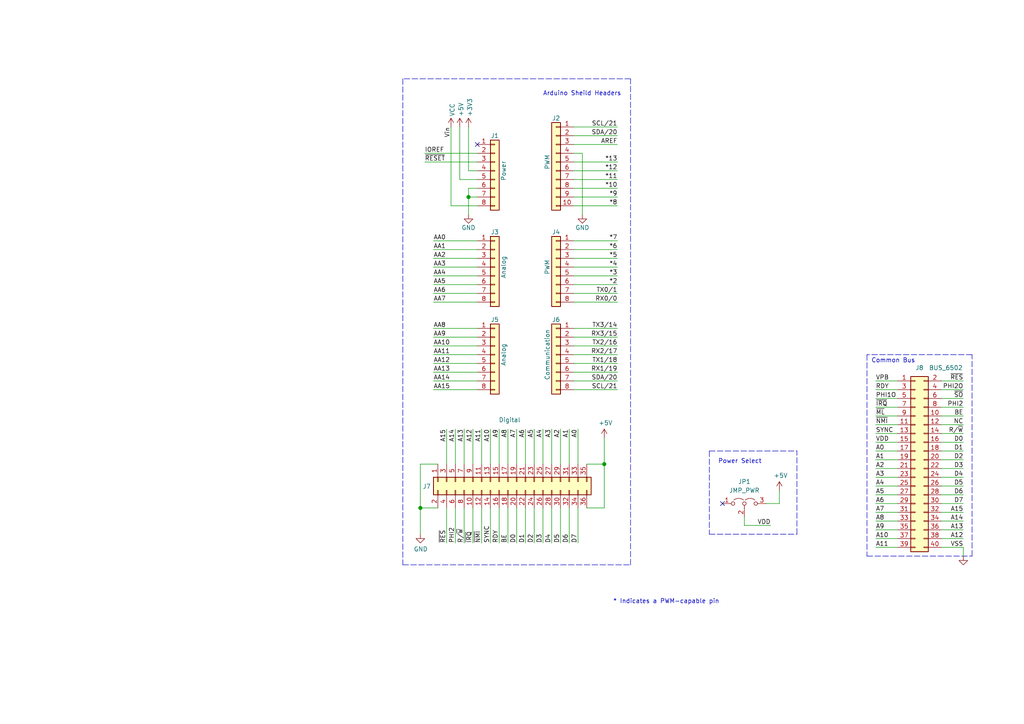
<source format=kicad_sch>
(kicad_sch (version 20211123) (generator eeschema)
  (paper "A4")
  (title_block (title "Retro Stack - Debug Arduino Mega Shield") (date "2023-04-10") (rev "0") (company "Microcode.io"))
  (lib_symbols
    (symbol "Connector_Generic:Conn_01x08" (pin_names (offset 1.016) hide)
      (property "Reference" "J" (at 0 10.16 0))
      (property "Value" "Conn_01x08" (at 0 -12.7 0))
      (symbol "Conn_01x08_1_1"
        (rectangle (start -1.27 -10.033) (end 0 -10.287) (stroke (width 0.1524)))
        (rectangle (start -1.27 -7.493) (end 0 -7.747) (stroke (width 0.1524)))
        (rectangle (start -1.27 -4.953) (end 0 -5.207) (stroke (width 0.1524)))
        (rectangle (start -1.27 -2.413) (end 0 -2.667) (stroke (width 0.1524)))
        (rectangle (start -1.27 0.127) (end 0 -0.127) (stroke (width 0.1524)))
        (rectangle (start -1.27 2.667) (end 0 2.413) (stroke (width 0.1524)))
        (rectangle (start -1.27 5.207) (end 0 4.953) (stroke (width 0.1524)))
        (rectangle (start -1.27 7.747) (end 0 7.493) (stroke (width 0.1524)))
        (rectangle (start -1.27 8.89) (end 1.27 -11.43) (stroke (width 0.254)) (fill (type background)))
        (pin passive line (at -5.08 7.62 0) (length 3.81) (name "Pin_1") (number "1"))
        (pin passive line (at -5.08 5.08 0) (length 3.81) (name "Pin_2") (number "2"))
        (pin passive line (at -5.08 2.54 0) (length 3.81) (name "Pin_3") (number "3"))
        (pin passive line (at -5.08 0 0) (length 3.81) (name "Pin_4") (number "4"))
        (pin passive line (at -5.08 -2.54 0) (length 3.81) (name "Pin_5") (number "5"))
        (pin passive line (at -5.08 -5.08 0) (length 3.81) (name "Pin_6") (number "6"))
        (pin passive line (at -5.08 -7.62 0) (length 3.81) (name "Pin_7") (number "7"))
        (pin passive line (at -5.08 -10.16 0) (length 3.81) (name "Pin_8") (number "8"))
      )
    )
    (symbol "Connector_Generic:Conn_01x10" (pin_names (offset 1.016) hide)
      (property "Reference" "J" (at 0 12.7 0))
      (property "Value" "Conn_01x10" (at 0 -15.24 0))
      (symbol "Conn_01x10_1_1"
        (rectangle (start -1.27 -12.573) (end 0 -12.827) (stroke (width 0.1524)))
        (rectangle (start -1.27 -10.033) (end 0 -10.287) (stroke (width 0.1524)))
        (rectangle (start -1.27 -7.493) (end 0 -7.747) (stroke (width 0.1524)))
        (rectangle (start -1.27 -4.953) (end 0 -5.207) (stroke (width 0.1524)))
        (rectangle (start -1.27 -2.413) (end 0 -2.667) (stroke (width 0.1524)))
        (rectangle (start -1.27 0.127) (end 0 -0.127) (stroke (width 0.1524)))
        (rectangle (start -1.27 2.667) (end 0 2.413) (stroke (width 0.1524)))
        (rectangle (start -1.27 5.207) (end 0 4.953) (stroke (width 0.1524)))
        (rectangle (start -1.27 7.747) (end 0 7.493) (stroke (width 0.1524)))
        (rectangle (start -1.27 10.287) (end 0 10.033) (stroke (width 0.1524)))
        (rectangle (start -1.27 11.43) (end 1.27 -13.97) (stroke (width 0.254)) (fill (type background)))
        (pin passive line (at -5.08 10.16 0) (length 3.81) (name "Pin_1") (number "1"))
        (pin passive line (at -5.08 -12.7 0) (length 3.81) (name "Pin_10") (number "10"))
        (pin passive line (at -5.08 7.62 0) (length 3.81) (name "Pin_2") (number "2"))
        (pin passive line (at -5.08 5.08 0) (length 3.81) (name "Pin_3") (number "3"))
        (pin passive line (at -5.08 2.54 0) (length 3.81) (name "Pin_4") (number "4"))
        (pin passive line (at -5.08 0 0) (length 3.81) (name "Pin_5") (number "5"))
        (pin passive line (at -5.08 -2.54 0) (length 3.81) (name "Pin_6") (number "6"))
        (pin passive line (at -5.08 -5.08 0) (length 3.81) (name "Pin_7") (number "7"))
        (pin passive line (at -5.08 -7.62 0) (length 3.81) (name "Pin_8") (number "8"))
        (pin passive line (at -5.08 -10.16 0) (length 3.81) (name "Pin_9") (number "9"))
      )
    )
    (symbol "Connector_Generic:Conn_02x18_Odd_Even" (pin_names (offset 1.016) hide)
      (property "Reference" "J" (at 1.27 22.86 0))
      (property "Value" "Conn_02x18_Odd_Even" (at 1.27 -25.4 0))
      (symbol "Conn_02x18_Odd_Even_1_1"
        (rectangle (start -1.27 -22.733) (end 0 -22.987) (stroke (width 0.1524)))
        (rectangle (start -1.27 -20.193) (end 0 -20.447) (stroke (width 0.1524)))
        (rectangle (start -1.27 -17.653) (end 0 -17.907) (stroke (width 0.1524)))
        (rectangle (start -1.27 -15.113) (end 0 -15.367) (stroke (width 0.1524)))
        (rectangle (start -1.27 -12.573) (end 0 -12.827) (stroke (width 0.1524)))
        (rectangle (start -1.27 -10.033) (end 0 -10.287) (stroke (width 0.1524)))
        (rectangle (start -1.27 -7.493) (end 0 -7.747) (stroke (width 0.1524)))
        (rectangle (start -1.27 -4.953) (end 0 -5.207) (stroke (width 0.1524)))
        (rectangle (start -1.27 -2.413) (end 0 -2.667) (stroke (width 0.1524)))
        (rectangle (start -1.27 0.127) (end 0 -0.127) (stroke (width 0.1524)))
        (rectangle (start -1.27 2.667) (end 0 2.413) (stroke (width 0.1524)))
        (rectangle (start -1.27 5.207) (end 0 4.953) (stroke (width 0.1524)))
        (rectangle (start -1.27 7.747) (end 0 7.493) (stroke (width 0.1524)))
        (rectangle (start -1.27 10.287) (end 0 10.033) (stroke (width 0.1524)))
        (rectangle (start -1.27 12.827) (end 0 12.573) (stroke (width 0.1524)))
        (rectangle (start -1.27 15.367) (end 0 15.113) (stroke (width 0.1524)))
        (rectangle (start -1.27 17.907) (end 0 17.653) (stroke (width 0.1524)))
        (rectangle (start -1.27 20.447) (end 0 20.193) (stroke (width 0.1524)))
        (rectangle (start -1.27 21.59) (end 3.81 -24.13) (stroke (width 0.254)) (fill (type background)))
        (rectangle (start 3.81 -22.733) (end 2.54 -22.987) (stroke (width 0.1524)))
        (rectangle (start 3.81 -20.193) (end 2.54 -20.447) (stroke (width 0.1524)))
        (rectangle (start 3.81 -17.653) (end 2.54 -17.907) (stroke (width 0.1524)))
        (rectangle (start 3.81 -15.113) (end 2.54 -15.367) (stroke (width 0.1524)))
        (rectangle (start 3.81 -12.573) (end 2.54 -12.827) (stroke (width 0.1524)))
        (rectangle (start 3.81 -10.033) (end 2.54 -10.287) (stroke (width 0.1524)))
        (rectangle (start 3.81 -7.493) (end 2.54 -7.747) (stroke (width 0.1524)))
        (rectangle (start 3.81 -4.953) (end 2.54 -5.207) (stroke (width 0.1524)))
        (rectangle (start 3.81 -2.413) (end 2.54 -2.667) (stroke (width 0.1524)))
        (rectangle (start 3.81 0.127) (end 2.54 -0.127) (stroke (width 0.1524)))
        (rectangle (start 3.81 2.667) (end 2.54 2.413) (stroke (width 0.1524)))
        (rectangle (start 3.81 5.207) (end 2.54 4.953) (stroke (width 0.1524)))
        (rectangle (start 3.81 7.747) (end 2.54 7.493) (stroke (width 0.1524)))
        (rectangle (start 3.81 10.287) (end 2.54 10.033) (stroke (width 0.1524)))
        (rectangle (start 3.81 12.827) (end 2.54 12.573) (stroke (width 0.1524)))
        (rectangle (start 3.81 15.367) (end 2.54 15.113) (stroke (width 0.1524)))
        (rectangle (start 3.81 17.907) (end 2.54 17.653) (stroke (width 0.1524)))
        (rectangle (start 3.81 20.447) (end 2.54 20.193) (stroke (width 0.1524)))
        (pin passive line (at -5.08 20.32 0) (length 3.81) (name "Pin_1") (number "1"))
        (pin passive line (at 7.62 10.16 180) (length 3.81) (name "Pin_10") (number "10"))
        (pin passive line (at -5.08 7.62 0) (length 3.81) (name "Pin_11") (number "11"))
        (pin passive line (at 7.62 7.62 180) (length 3.81) (name "Pin_12") (number "12"))
        (pin passive line (at -5.08 5.08 0) (length 3.81) (name "Pin_13") (number "13"))
        (pin passive line (at 7.62 5.08 180) (length 3.81) (name "Pin_14") (number "14"))
        (pin passive line (at -5.08 2.54 0) (length 3.81) (name "Pin_15") (number "15"))
        (pin passive line (at 7.62 2.54 180) (length 3.81) (name "Pin_16") (number "16"))
        (pin passive line (at -5.08 0 0) (length 3.81) (name "Pin_17") (number "17"))
        (pin passive line (at 7.62 0 180) (length 3.81) (name "Pin_18") (number "18"))
        (pin passive line (at -5.08 -2.54 0) (length 3.81) (name "Pin_19") (number "19"))
        (pin passive line (at 7.62 20.32 180) (length 3.81) (name "Pin_2") (number "2"))
        (pin passive line (at 7.62 -2.54 180) (length 3.81) (name "Pin_20") (number "20"))
        (pin passive line (at -5.08 -5.08 0) (length 3.81) (name "Pin_21") (number "21"))
        (pin passive line (at 7.62 -5.08 180) (length 3.81) (name "Pin_22") (number "22"))
        (pin passive line (at -5.08 -7.62 0) (length 3.81) (name "Pin_23") (number "23"))
        (pin passive line (at 7.62 -7.62 180) (length 3.81) (name "Pin_24") (number "24"))
        (pin passive line (at -5.08 -10.16 0) (length 3.81) (name "Pin_25") (number "25"))
        (pin passive line (at 7.62 -10.16 180) (length 3.81) (name "Pin_26") (number "26"))
        (pin passive line (at -5.08 -12.7 0) (length 3.81) (name "Pin_27") (number "27"))
        (pin passive line (at 7.62 -12.7 180) (length 3.81) (name "Pin_28") (number "28"))
        (pin passive line (at -5.08 -15.24 0) (length 3.81) (name "Pin_29") (number "29"))
        (pin passive line (at -5.08 17.78 0) (length 3.81) (name "Pin_3") (number "3"))
        (pin passive line (at 7.62 -15.24 180) (length 3.81) (name "Pin_30") (number "30"))
        (pin passive line (at -5.08 -17.78 0) (length 3.81) (name "Pin_31") (number "31"))
        (pin passive line (at 7.62 -17.78 180) (length 3.81) (name "Pin_32") (number "32"))
        (pin passive line (at -5.08 -20.32 0) (length 3.81) (name "Pin_33") (number "33"))
        (pin passive line (at 7.62 -20.32 180) (length 3.81) (name "Pin_34") (number "34"))
        (pin passive line (at -5.08 -22.86 0) (length 3.81) (name "Pin_35") (number "35"))
        (pin passive line (at 7.62 -22.86 180) (length 3.81) (name "Pin_36") (number "36"))
        (pin passive line (at 7.62 17.78 180) (length 3.81) (name "Pin_4") (number "4"))
        (pin passive line (at -5.08 15.24 0) (length 3.81) (name "Pin_5") (number "5"))
        (pin passive line (at 7.62 15.24 180) (length 3.81) (name "Pin_6") (number "6"))
        (pin passive line (at -5.08 12.7 0) (length 3.81) (name "Pin_7") (number "7"))
        (pin passive line (at 7.62 12.7 180) (length 3.81) (name "Pin_8") (number "8"))
        (pin passive line (at -5.08 10.16 0) (length 3.81) (name "Pin_9") (number "9"))
      )
    )
    (symbol "Connector_Generic:Conn_02x20_Odd_Even" (pin_names (offset 1.016) hide)
      (property "Reference" "J" (at 1.27 25.4 0))
      (property "Value" "Conn_02x20_Odd_Even" (at 1.27 -27.94 0))
      (symbol "Conn_02x20_Odd_Even_1_1"
        (rectangle (start -1.27 -25.273) (end 0 -25.527) (stroke (width 0.1524)))
        (rectangle (start -1.27 -22.733) (end 0 -22.987) (stroke (width 0.1524)))
        (rectangle (start -1.27 -20.193) (end 0 -20.447) (stroke (width 0.1524)))
        (rectangle (start -1.27 -17.653) (end 0 -17.907) (stroke (width 0.1524)))
        (rectangle (start -1.27 -15.113) (end 0 -15.367) (stroke (width 0.1524)))
        (rectangle (start -1.27 -12.573) (end 0 -12.827) (stroke (width 0.1524)))
        (rectangle (start -1.27 -10.033) (end 0 -10.287) (stroke (width 0.1524)))
        (rectangle (start -1.27 -7.493) (end 0 -7.747) (stroke (width 0.1524)))
        (rectangle (start -1.27 -4.953) (end 0 -5.207) (stroke (width 0.1524)))
        (rectangle (start -1.27 -2.413) (end 0 -2.667) (stroke (width 0.1524)))
        (rectangle (start -1.27 0.127) (end 0 -0.127) (stroke (width 0.1524)))
        (rectangle (start -1.27 2.667) (end 0 2.413) (stroke (width 0.1524)))
        (rectangle (start -1.27 5.207) (end 0 4.953) (stroke (width 0.1524)))
        (rectangle (start -1.27 7.747) (end 0 7.493) (stroke (width 0.1524)))
        (rectangle (start -1.27 10.287) (end 0 10.033) (stroke (width 0.1524)))
        (rectangle (start -1.27 12.827) (end 0 12.573) (stroke (width 0.1524)))
        (rectangle (start -1.27 15.367) (end 0 15.113) (stroke (width 0.1524)))
        (rectangle (start -1.27 17.907) (end 0 17.653) (stroke (width 0.1524)))
        (rectangle (start -1.27 20.447) (end 0 20.193) (stroke (width 0.1524)))
        (rectangle (start -1.27 22.987) (end 0 22.733) (stroke (width 0.1524)))
        (rectangle (start -1.27 24.13) (end 3.81 -26.67) (stroke (width 0.254)) (fill (type background)))
        (rectangle (start 3.81 -25.273) (end 2.54 -25.527) (stroke (width 0.1524)))
        (rectangle (start 3.81 -22.733) (end 2.54 -22.987) (stroke (width 0.1524)))
        (rectangle (start 3.81 -20.193) (end 2.54 -20.447) (stroke (width 0.1524)))
        (rectangle (start 3.81 -17.653) (end 2.54 -17.907) (stroke (width 0.1524)))
        (rectangle (start 3.81 -15.113) (end 2.54 -15.367) (stroke (width 0.1524)))
        (rectangle (start 3.81 -12.573) (end 2.54 -12.827) (stroke (width 0.1524)))
        (rectangle (start 3.81 -10.033) (end 2.54 -10.287) (stroke (width 0.1524)))
        (rectangle (start 3.81 -7.493) (end 2.54 -7.747) (stroke (width 0.1524)))
        (rectangle (start 3.81 -4.953) (end 2.54 -5.207) (stroke (width 0.1524)))
        (rectangle (start 3.81 -2.413) (end 2.54 -2.667) (stroke (width 0.1524)))
        (rectangle (start 3.81 0.127) (end 2.54 -0.127) (stroke (width 0.1524)))
        (rectangle (start 3.81 2.667) (end 2.54 2.413) (stroke (width 0.1524)))
        (rectangle (start 3.81 5.207) (end 2.54 4.953) (stroke (width 0.1524)))
        (rectangle (start 3.81 7.747) (end 2.54 7.493) (stroke (width 0.1524)))
        (rectangle (start 3.81 10.287) (end 2.54 10.033) (stroke (width 0.1524)))
        (rectangle (start 3.81 12.827) (end 2.54 12.573) (stroke (width 0.1524)))
        (rectangle (start 3.81 15.367) (end 2.54 15.113) (stroke (width 0.1524)))
        (rectangle (start 3.81 17.907) (end 2.54 17.653) (stroke (width 0.1524)))
        (rectangle (start 3.81 20.447) (end 2.54 20.193) (stroke (width 0.1524)))
        (rectangle (start 3.81 22.987) (end 2.54 22.733) (stroke (width 0.1524)))
        (pin passive line (at -5.08 22.86 0) (length 3.81) (name "Pin_1") (number "1"))
        (pin passive line (at 7.62 12.7 180) (length 3.81) (name "Pin_10") (number "10"))
        (pin passive line (at -5.08 10.16 0) (length 3.81) (name "Pin_11") (number "11"))
        (pin passive line (at 7.62 10.16 180) (length 3.81) (name "Pin_12") (number "12"))
        (pin passive line (at -5.08 7.62 0) (length 3.81) (name "Pin_13") (number "13"))
        (pin passive line (at 7.62 7.62 180) (length 3.81) (name "Pin_14") (number "14"))
        (pin passive line (at -5.08 5.08 0) (length 3.81) (name "Pin_15") (number "15"))
        (pin passive line (at 7.62 5.08 180) (length 3.81) (name "Pin_16") (number "16"))
        (pin passive line (at -5.08 2.54 0) (length 3.81) (name "Pin_17") (number "17"))
        (pin passive line (at 7.62 2.54 180) (length 3.81) (name "Pin_18") (number "18"))
        (pin passive line (at -5.08 0 0) (length 3.81) (name "Pin_19") (number "19"))
        (pin passive line (at 7.62 22.86 180) (length 3.81) (name "Pin_2") (number "2"))
        (pin passive line (at 7.62 0 180) (length 3.81) (name "Pin_20") (number "20"))
        (pin passive line (at -5.08 -2.54 0) (length 3.81) (name "Pin_21") (number "21"))
        (pin passive line (at 7.62 -2.54 180) (length 3.81) (name "Pin_22") (number "22"))
        (pin passive line (at -5.08 -5.08 0) (length 3.81) (name "Pin_23") (number "23"))
        (pin passive line (at 7.62 -5.08 180) (length 3.81) (name "Pin_24") (number "24"))
        (pin passive line (at -5.08 -7.62 0) (length 3.81) (name "Pin_25") (number "25"))
        (pin passive line (at 7.62 -7.62 180) (length 3.81) (name "Pin_26") (number "26"))
        (pin passive line (at -5.08 -10.16 0) (length 3.81) (name "Pin_27") (number "27"))
        (pin passive line (at 7.62 -10.16 180) (length 3.81) (name "Pin_28") (number "28"))
        (pin passive line (at -5.08 -12.7 0) (length 3.81) (name "Pin_29") (number "29"))
        (pin passive line (at -5.08 20.32 0) (length 3.81) (name "Pin_3") (number "3"))
        (pin passive line (at 7.62 -12.7 180) (length 3.81) (name "Pin_30") (number "30"))
        (pin passive line (at -5.08 -15.24 0) (length 3.81) (name "Pin_31") (number "31"))
        (pin passive line (at 7.62 -15.24 180) (length 3.81) (name "Pin_32") (number "32"))
        (pin passive line (at -5.08 -17.78 0) (length 3.81) (name "Pin_33") (number "33"))
        (pin passive line (at 7.62 -17.78 180) (length 3.81) (name "Pin_34") (number "34"))
        (pin passive line (at -5.08 -20.32 0) (length 3.81) (name "Pin_35") (number "35"))
        (pin passive line (at 7.62 -20.32 180) (length 3.81) (name "Pin_36") (number "36"))
        (pin passive line (at -5.08 -22.86 0) (length 3.81) (name "Pin_37") (number "37"))
        (pin passive line (at 7.62 -22.86 180) (length 3.81) (name "Pin_38") (number "38"))
        (pin passive line (at -5.08 -25.4 0) (length 3.81) (name "Pin_39") (number "39"))
        (pin passive line (at 7.62 20.32 180) (length 3.81) (name "Pin_4") (number "4"))
        (pin passive line (at 7.62 -25.4 180) (length 3.81) (name "Pin_40") (number "40"))
        (pin passive line (at -5.08 17.78 0) (length 3.81) (name "Pin_5") (number "5"))
        (pin passive line (at 7.62 17.78 180) (length 3.81) (name "Pin_6") (number "6"))
        (pin passive line (at -5.08 15.24 0) (length 3.81) (name "Pin_7") (number "7"))
        (pin passive line (at 7.62 15.24 180) (length 3.81) (name "Pin_8") (number "8"))
        (pin passive line (at -5.08 12.7 0) (length 3.81) (name "Pin_9") (number "9"))
      )
    )
    (symbol "Jumper:Jumper_3_Open" (pin_names (offset 0) hide)
      (property "Reference" "JP" (at -2.54 -2.54 0))
      (property "Value" "Jumper_3_Open" (at 0 2.794 0))
      (symbol "Jumper_3_Open_0_0"
        (circle (center -3.302 0) (radius 0.508))
        (circle (center 0 0) (radius 0.508))
        (circle (center 3.302 0) (radius 0.508))
      )
      (symbol "Jumper_3_Open_0_1"
        (arc (start -0.254 1.016) (mid -1.651 1.4992) (end -3.048 1.016))
        (polyline (pts (xy 0 -0.508) (xy 0 -1.27)))
        (arc (start 3.048 1.016) (mid 1.651 1.4992) (end 0.254 1.016))
      )
      (symbol "Jumper_3_Open_1_1"
        (pin passive line (at -6.35 0 0) (length 2.54) (name "A") (number "1"))
        (pin passive line (at 0 -3.81 90) (length 2.54) (name "C") (number "2"))
        (pin passive line (at 6.35 0 180) (length 2.54) (name "B") (number "3"))
      )
    )
    (symbol "power:+3V3" (power) (pin_names (offset 0))
      (property "Value" "+3V3" (at 0 3.556 0))
      (symbol "+3V3_0_1"
        (polyline (pts (xy -0.762 1.27) (xy 0 2.54)))
        (polyline (pts (xy 0 0) (xy 0 2.54)))
        (polyline (pts (xy 0 2.54) (xy 0.762 1.27)))
      )
      (symbol "+3V3_1_1"
        (pin power_in line (at 0 0 90) (length 0) hide (name "+3V3") (number "1"))
      )
    )
    (symbol "power:+5V" (power) (pin_names (offset 0))
      (property "Value" "+5V" (at 0 3.556 0))
      (symbol "+5V_0_1"
        (polyline (pts (xy -0.762 1.27) (xy 0 2.54)))
        (polyline (pts (xy 0 0) (xy 0 2.54)))
        (polyline (pts (xy 0 2.54) (xy 0.762 1.27)))
      )
      (symbol "+5V_1_1"
        (pin power_in line (at 0 0 90) (length 0) hide (name "+5V") (number "1"))
      )
    )
    (symbol "power:GND" (power) (pin_names (offset 0))
      (property "Value" "GND" (at 0 -3.81 0))
      (symbol "GND_0_1"
        (polyline (pts (xy 0 0) (xy 0 -1.27) (xy 1.27 -1.27) (xy 0 -2.54) (xy -1.27 -1.27) (xy 0 -1.27)))
      )
      (symbol "GND_1_1"
        (pin power_in line (at 0 0 270) (length 0) hide (name "GND") (number "1"))
      )
    )
    (symbol "power:VCC" (power) (pin_names (offset 0))
      (property "Value" "VCC" (at 0 3.81 0))
      (symbol "VCC_0_1"
        (polyline (pts (xy -0.762 1.27) (xy 0 2.54)))
        (polyline (pts (xy 0 0) (xy 0 2.54)))
        (polyline (pts (xy 0 2.54) (xy 0.762 1.27)))
      )
      (symbol "VCC_1_1"
        (pin power_in line (at 0 0 90) (length 0) hide (name "VCC") (number "1"))
      )
    )
  )
  (junction (at 121.92 147.32) (diameter 1.016))
  (junction (at 135.89 57.15) (diameter 1.016))
  (junction (at 175.26 134.62) (diameter 1.016))
  (no_connect (at 209.55 146.05))
  (no_connect (at 138.43 41.91))
  (wire (pts (xy 166.37 87.63) (xy 179.07 87.63)))
  (wire (pts (xy 260.35 151.13) (xy 254 151.13)))
  (wire (pts (xy 125.73 87.63) (xy 138.43 87.63)))
  (polyline (pts (xy 205.74 130.81) (xy 205.74 154.94)))
  (polyline (pts (xy 116.84 22.86) (xy 116.84 163.83)))
  (wire (pts (xy 166.37 54.61) (xy 179.07 54.61)))
  (wire (pts (xy 144.78 124.46) (xy 144.78 134.62)))
  (wire (pts (xy 166.37 36.83) (xy 179.07 36.83)))
  (wire (pts (xy 147.32 124.46) (xy 147.32 134.62)))
  (wire (pts (xy 175.26 134.62) (xy 175.26 147.32)))
  (wire (pts (xy 127 134.62) (xy 121.92 134.62)))
  (polyline (pts (xy 251.46 102.87) (xy 251.46 161.29)))
  (wire (pts (xy 279.4 115.57) (xy 273.05 115.57)))
  (wire (pts (xy 260.35 143.51) (xy 254 143.51)))
  (wire (pts (xy 279.4 148.59) (xy 273.05 148.59)))
  (wire (pts (xy 166.37 100.33) (xy 179.07 100.33)))
  (wire (pts (xy 135.89 54.61) (xy 135.89 57.15)))
  (wire (pts (xy 279.4 133.35) (xy 273.05 133.35)))
  (wire (pts (xy 149.86 147.32) (xy 149.86 157.48)))
  (wire (pts (xy 125.73 82.55) (xy 138.43 82.55)))
  (wire (pts (xy 260.35 156.21) (xy 254 156.21)))
  (wire (pts (xy 154.94 124.46) (xy 154.94 134.62)))
  (wire (pts (xy 279.4 146.05) (xy 273.05 146.05)))
  (wire (pts (xy 132.08 124.46) (xy 132.08 134.62)))
  (wire (pts (xy 167.64 124.46) (xy 167.64 134.62)))
  (polyline (pts (xy 281.94 102.87) (xy 251.46 102.87)))
  (wire (pts (xy 279.4 130.81) (xy 273.05 130.81)))
  (wire (pts (xy 135.89 57.15) (xy 135.89 62.23)))
  (wire (pts (xy 260.35 130.81) (xy 254 130.81)))
  (wire (pts (xy 279.4 125.73) (xy 273.05 125.73)))
  (wire (pts (xy 162.56 147.32) (xy 162.56 157.48)))
  (wire (pts (xy 135.89 49.53) (xy 138.43 49.53)))
  (wire (pts (xy 142.24 124.46) (xy 142.24 134.62)))
  (wire (pts (xy 133.35 52.07) (xy 138.43 52.07)))
  (wire (pts (xy 152.4 147.32) (xy 152.4 157.48)))
  (wire (pts (xy 133.35 36.83) (xy 133.35 52.07)))
  (polyline (pts (xy 205.74 154.94) (xy 231.14 154.94)))
  (wire (pts (xy 125.73 113.03) (xy 138.43 113.03)))
  (wire (pts (xy 137.16 147.32) (xy 137.16 157.48)))
  (wire (pts (xy 160.02 147.32) (xy 160.02 157.48)))
  (wire (pts (xy 166.37 46.99) (xy 179.07 46.99)))
  (wire (pts (xy 135.89 36.83) (xy 135.89 49.53)))
  (wire (pts (xy 166.37 69.85) (xy 179.07 69.85)))
  (wire (pts (xy 138.43 69.85) (xy 125.73 69.85)))
  (wire (pts (xy 279.4 156.21) (xy 273.05 156.21)))
  (wire (pts (xy 166.37 49.53) (xy 179.07 49.53)))
  (wire (pts (xy 138.43 110.49) (xy 125.73 110.49)))
  (wire (pts (xy 279.4 143.51) (xy 273.05 143.51)))
  (wire (pts (xy 166.37 72.39) (xy 179.07 72.39)))
  (wire (pts (xy 279.4 161.29) (xy 279.4 158.75)))
  (wire (pts (xy 260.35 128.27) (xy 254 128.27)))
  (wire (pts (xy 279.4 118.11) (xy 273.05 118.11)))
  (wire (pts (xy 166.37 107.95) (xy 179.07 107.95)))
  (wire (pts (xy 260.35 113.03) (xy 254 113.03)))
  (wire (pts (xy 279.4 153.67) (xy 273.05 153.67)))
  (wire (pts (xy 260.35 153.67) (xy 254 153.67)))
  (wire (pts (xy 260.35 120.65) (xy 254 120.65)))
  (wire (pts (xy 279.4 123.19) (xy 273.05 123.19)))
  (wire (pts (xy 260.35 110.49) (xy 254 110.49)))
  (wire (pts (xy 152.4 124.46) (xy 152.4 134.62)))
  (wire (pts (xy 121.92 134.62) (xy 121.92 147.32)))
  (wire (pts (xy 137.16 124.46) (xy 137.16 134.62)))
  (wire (pts (xy 127 147.32) (xy 121.92 147.32)))
  (wire (pts (xy 260.35 115.57) (xy 254 115.57)))
  (wire (pts (xy 279.4 113.03) (xy 273.05 113.03)))
  (wire (pts (xy 166.37 57.15) (xy 179.07 57.15)))
  (wire (pts (xy 160.02 124.46) (xy 160.02 134.62)))
  (wire (pts (xy 279.4 158.75) (xy 273.05 158.75)))
  (wire (pts (xy 157.48 124.46) (xy 157.48 134.62)))
  (wire (pts (xy 139.7 147.32) (xy 139.7 157.48)))
  (wire (pts (xy 157.48 147.32) (xy 157.48 157.48)))
  (wire (pts (xy 134.62 147.32) (xy 134.62 157.48)))
  (wire (pts (xy 165.1 124.46) (xy 165.1 134.62)))
  (wire (pts (xy 279.4 151.13) (xy 273.05 151.13)))
  (wire (pts (xy 166.37 77.47) (xy 179.07 77.47)))
  (polyline (pts (xy 281.94 161.29) (xy 281.94 102.87)))
  (wire (pts (xy 144.78 147.32) (xy 144.78 157.48)))
  (wire (pts (xy 260.35 146.05) (xy 254 146.05)))
  (wire (pts (xy 260.35 138.43) (xy 254 138.43)))
  (wire (pts (xy 139.7 124.46) (xy 139.7 134.62)))
  (wire (pts (xy 226.06 142.24) (xy 226.06 146.05)))
  (wire (pts (xy 123.19 44.45) (xy 138.43 44.45)))
  (polyline (pts (xy 251.46 161.29) (xy 281.94 161.29)))
  (wire (pts (xy 260.35 140.97) (xy 254 140.97)))
  (wire (pts (xy 260.35 133.35) (xy 254 133.35)))
  (wire (pts (xy 166.37 97.79) (xy 179.07 97.79)))
  (wire (pts (xy 175.26 127) (xy 175.26 134.62)))
  (polyline (pts (xy 231.14 154.94) (xy 231.14 130.81)))
  (wire (pts (xy 260.35 148.59) (xy 254 148.59)))
  (wire (pts (xy 279.4 120.65) (xy 273.05 120.65)))
  (wire (pts (xy 168.91 44.45) (xy 168.91 62.23)))
  (wire (pts (xy 166.37 113.03) (xy 179.07 113.03)))
  (wire (pts (xy 166.37 41.91) (xy 179.07 41.91)))
  (wire (pts (xy 170.18 134.62) (xy 175.26 134.62)))
  (wire (pts (xy 166.37 105.41) (xy 179.07 105.41)))
  (wire (pts (xy 125.73 102.87) (xy 138.43 102.87)))
  (wire (pts (xy 215.9 149.86) (xy 215.9 152.4)))
  (wire (pts (xy 260.35 125.73) (xy 254 125.73)))
  (wire (pts (xy 260.35 123.19) (xy 254 123.19)))
  (wire (pts (xy 279.4 138.43) (xy 273.05 138.43)))
  (wire (pts (xy 138.43 74.93) (xy 125.73 74.93)))
  (wire (pts (xy 123.19 46.99) (xy 138.43 46.99)))
  (wire (pts (xy 166.37 95.25) (xy 179.07 95.25)))
  (wire (pts (xy 222.25 146.05) (xy 226.06 146.05)))
  (wire (pts (xy 138.43 57.15) (xy 135.89 57.15)))
  (wire (pts (xy 279.4 128.27) (xy 273.05 128.27)))
  (polyline (pts (xy 182.88 163.83) (xy 182.88 22.86)))
  (wire (pts (xy 138.43 59.69) (xy 130.81 59.69)))
  (wire (pts (xy 129.54 124.46) (xy 129.54 134.62)))
  (wire (pts (xy 260.35 135.89) (xy 254 135.89)))
  (wire (pts (xy 125.73 72.39) (xy 138.43 72.39)))
  (wire (pts (xy 132.08 147.32) (xy 132.08 157.48)))
  (wire (pts (xy 154.94 147.32) (xy 154.94 157.48)))
  (wire (pts (xy 138.43 100.33) (xy 125.73 100.33)))
  (wire (pts (xy 279.4 135.89) (xy 273.05 135.89)))
  (wire (pts (xy 129.54 147.32) (xy 129.54 157.48)))
  (wire (pts (xy 166.37 102.87) (xy 179.07 102.87)))
  (wire (pts (xy 166.37 44.45) (xy 168.91 44.45)))
  (wire (pts (xy 147.32 147.32) (xy 147.32 157.48)))
  (wire (pts (xy 279.4 110.49) (xy 273.05 110.49)))
  (polyline (pts (xy 116.84 163.83) (xy 182.88 163.83)))
  (wire (pts (xy 138.43 54.61) (xy 135.89 54.61)))
  (wire (pts (xy 125.73 107.95) (xy 138.43 107.95)))
  (wire (pts (xy 162.56 124.46) (xy 162.56 134.62)))
  (wire (pts (xy 166.37 52.07) (xy 179.07 52.07)))
  (wire (pts (xy 149.86 124.46) (xy 149.86 134.62)))
  (wire (pts (xy 260.35 158.75) (xy 254 158.75)))
  (wire (pts (xy 125.73 97.79) (xy 138.43 97.79)))
  (wire (pts (xy 166.37 74.93) (xy 179.07 74.93)))
  (polyline (pts (xy 182.88 22.86) (xy 116.84 22.86)))
  (wire (pts (xy 125.73 77.47) (xy 138.43 77.47)))
  (wire (pts (xy 134.62 124.46) (xy 134.62 134.62)))
  (wire (pts (xy 215.9 152.4) (xy 223.52 152.4)))
  (wire (pts (xy 166.37 110.49) (xy 179.07 110.49)))
  (wire (pts (xy 175.26 147.32) (xy 170.18 147.32)))
  (wire (pts (xy 138.43 95.25) (xy 125.73 95.25)))
  (wire (pts (xy 260.35 118.11) (xy 254 118.11)))
  (wire (pts (xy 167.64 147.32) (xy 167.64 157.48)))
  (wire (pts (xy 166.37 39.37) (xy 179.07 39.37)))
  (wire (pts (xy 165.1 147.32) (xy 165.1 157.48)))
  (wire (pts (xy 166.37 82.55) (xy 179.07 82.55)))
  (wire (pts (xy 166.37 80.01) (xy 179.07 80.01)))
  (wire (pts (xy 142.24 147.32) (xy 142.24 157.48)))
  (wire (pts (xy 279.4 140.97) (xy 273.05 140.97)))
  (wire (pts (xy 166.37 85.09) (xy 179.07 85.09)))
  (wire (pts (xy 138.43 105.41) (xy 125.73 105.41)))
  (wire (pts (xy 130.81 59.69) (xy 130.81 36.83)))
  (wire (pts (xy 121.92 147.32) (xy 121.92 154.94)))
  (wire (pts (xy 138.43 85.09) (xy 125.73 85.09)))
  (wire (pts (xy 138.43 80.01) (xy 125.73 80.01)))
  (wire (pts (xy 166.37 59.69) (xy 179.07 59.69)))
  (polyline (pts (xy 205.74 130.81) (xy 231.14 130.81)))
  (text "Power Select" (at 208.28 134.62 0) (effects (font (size 1.27 1.27)) (justify left bottom)))
  (text "Arduino Sheild Headers" (at 157.48 27.94 0) (effects (font (size 1.27 1.27)) (justify left bottom)))
  (text "* Indicates a PWM-capable pin" (at 177.8 175.26 0) (effects (font (size 1.27 1.27)) (justify left bottom)))
  (text "Common Bus" (at 252.73 105.41 0) (effects (font (size 1.27 1.27)) (justify left bottom)))
  (label "AA10" (at 125.73 100.33 0))
  (label "RX0{slash}0" (at 179.07 87.63 180))
  (label "AA15" (at 125.73 113.03 0))
  (label "A2" (at 162.56 124.46 270))
  (label "AA2" (at 125.73 74.93 0))
  (label "RX2{slash}17" (at 179.07 102.87 180))
  (label "D6" (at 165.1 157.48 90))
  (label "*4" (at 179.07 77.47 180))
  (label "A15" (at 129.54 124.46 270))
  (label "A12" (at 279.4 156.21 180))
  (label "A4" (at 157.48 124.46 270))
  (label "R{slash}~{W}" (at 134.62 157.48 90))
  (label "A5" (at 154.94 124.46 270))
  (label "A6" (at 152.4 124.46 270))
  (label "SDA{slash}20" (at 179.07 110.49 180))
  (label "BE" (at 279.4 120.65 180))
  (label "A14" (at 132.08 124.46 270))
  (label "A8" (at 254 151.13 0))
  (label "SYNC" (at 142.24 157.48 90))
  (label "*2" (at 179.07 82.55 180))
  (label "D2" (at 279.4 133.35 180))
  (label "D3" (at 157.48 157.48 90))
  (label "TX1{slash}18" (at 179.07 105.41 180))
  (label "AA3" (at 125.73 77.47 0))
  (label "D4" (at 160.02 157.48 90))
  (label "A9" (at 144.78 124.46 270))
  (label "*13" (at 179.07 46.99 180))
  (label "*12" (at 179.07 49.53 180))
  (label "A13" (at 134.62 124.46 270))
  (label "A10" (at 142.24 124.46 270))
  (label "~{RESET}" (at 123.19 46.99 0))
  (label "D0" (at 149.86 157.48 90))
  (label "VDD" (at 223.52 152.4 180))
  (label "*10" (at 179.07 54.61 180))
  (label "~{RES}" (at 129.54 157.48 90))
  (label "A14" (at 279.4 151.13 180))
  (label "~{IRQ}" (at 254 118.11 0))
  (label "~{NMI}" (at 139.7 157.48 90))
  (label "D0" (at 279.4 128.27 180))
  (label "AA13" (at 125.73 107.95 0))
  (label "~{IRQ}" (at 137.16 157.48 90))
  (label "A4" (at 254 140.97 0))
  (label "VSS" (at 279.4 158.75 180))
  (label "D7" (at 167.64 157.48 90))
  (label "~{SO}" (at 279.4 115.57 180))
  (label "A11" (at 139.7 124.46 270))
  (label "A10" (at 254 156.21 0))
  (label "*7" (at 179.07 69.85 180))
  (label "SDA{slash}20" (at 179.07 39.37 180))
  (label "*8" (at 179.07 59.69 180))
  (label "A9" (at 254 153.67 0))
  (label "RDY" (at 254 113.03 0))
  (label "A0" (at 254 130.81 0))
  (label "AA9" (at 125.73 97.79 0))
  (label "D5" (at 279.4 140.97 180))
  (label "A5" (at 254 143.51 0))
  (label "*11" (at 179.07 52.07 180))
  (label "A7" (at 254 148.59 0))
  (label "*3" (at 179.07 80.01 180))
  (label "A15" (at 279.4 148.59 180))
  (label "~{NMI}" (at 254 123.19 0))
  (label "D3" (at 279.4 135.89 180))
  (label "VPB" (at 254 110.49 0))
  (label "AA6" (at 125.73 85.09 0))
  (label "RDY" (at 144.78 157.48 90))
  (label "AA1" (at 125.73 72.39 0))
  (label "TX0{slash}1" (at 179.07 85.09 180))
  (label "A13" (at 279.4 153.67 180))
  (label "SYNC" (at 254 125.73 0))
  (label "D7" (at 279.4 146.05 180))
  (label "RX1{slash}19" (at 179.07 107.95 180))
  (label "A7" (at 149.86 124.46 270))
  (label "A3" (at 160.02 124.46 270))
  (label "A1" (at 254 133.35 0))
  (label "AA0" (at 125.73 69.85 0))
  (label "AREF" (at 179.07 41.91 180))
  (label "AA14" (at 125.73 110.49 0))
  (label "AA8" (at 125.73 95.25 0))
  (label "A8" (at 147.32 124.46 270))
  (label "A12" (at 137.16 124.46 270))
  (label "A3" (at 254 138.43 0))
  (label "D1" (at 152.4 157.48 90))
  (label "Vin" (at 130.81 36.83 270))
  (label "~{RES}" (at 279.4 110.49 180))
  (label "*6" (at 179.07 72.39 180))
  (label "D1" (at 279.4 130.81 180))
  (label "SCL{slash}21" (at 179.07 36.83 180))
  (label "*9" (at 179.07 57.15 180))
  (label "PHI2" (at 279.4 118.11 180))
  (label "BE" (at 147.32 157.48 90))
  (label "PHI2" (at 132.08 157.48 90))
  (label "TX2{slash}16" (at 179.07 100.33 180))
  (label "D4" (at 279.4 138.43 180))
  (label "*5" (at 179.07 74.93 180))
  (label "D5" (at 162.56 157.48 90))
  (label "A11" (at 254 158.75 0))
  (label "A0" (at 167.64 124.46 270))
  (label "IOREF" (at 123.19 44.45 0))
  (label "AA7" (at 125.73 87.63 0))
  (label "AA11" (at 125.73 102.87 0))
  (label "AA4" (at 125.73 80.01 0))
  (label "AA5" (at 125.73 82.55 0))
  (label "RX3{slash}15" (at 179.07 97.79 180))
  (label "TX3{slash}14" (at 179.07 95.25 180))
  (label "NC" (at 279.4 123.19 180))
  (label "~{ML}" (at 254 120.65 0))
  (label "D2" (at 154.94 157.48 90))
  (label "A2" (at 254 135.89 0))
  (label "VDD" (at 254 128.27 0))
  (label "D6" (at 279.4 143.51 180))
  (label "A1" (at 165.1 124.46 270))
  (label "A6" (at 254 146.05 0))
  (label "PHI2O" (at 279.4 113.03 180))
  (label "PHI1O" (at 254 115.57 0))
  (label "R{slash}~{W}" (at 279.4 125.73 180))
  (label "AA12" (at 125.73 105.41 0))
  (label "SCL{slash}21" (at 179.07 113.03 180))
  (symbol (lib_id "Connector_Generic:Conn_01x08") (at 143.51 49.53 0) (unit 1)
    (property "Reference" "J1" (at 143.51 39.37 0))
    (property "Value" "Power" (at 146.05 49.53 90))
    (property "Footprint" "Connector_PinSocket_2.54mm:PinSocket_1x08_P2.54mm_Vertical" (effects hide))
    (property "Datasheet" "https://cdn.amphenol-cs.com/media/wysiwyg/files/documentation/datasheet/boardwiretoboard/bwb_econostik_254headers.pdf" (effects hide))
    (property "Mfr" "Amphenol" (effects hide))
    (property "Mfr Part" "10129378-908001BLF" (effects hide))
    (property "Supplier Part" "649-1012937890801BLF" (effects hide))
    (property "Supplier" "Mouser" (effects hide))
  )
  (symbol (lib_id "power:+3V3") (at 135.89 36.83 0) (unit 1)
    (property "Reference" "#PWR03" (effects hide))
    (property "Value" "+3.3V" (at 136.271 33.782 90) (effects (justify left)))
  )
  (symbol (lib_id "power:+5V") (at 133.35 36.83 0) (unit 1)
    (property "Reference" "#PWR02" (effects hide))
    (property "Value" "+5V" (at 133.7056 33.782 90) (effects (justify left)))
  )
  (symbol (lib_id "power:GND") (at 135.89 62.23 0) (unit 1)
    (property "Reference" "#PWR04" (effects hide))
    (property "Value" "GND" (at 135.89 66.04 0))
  )
  (symbol (lib_id "Connector_Generic:Conn_01x10") (at 161.29 46.99 0) (mirror y) (unit 1)
    (property "Reference" "J2" (at 161.29 34.29 0))
    (property "Value" "PWM" (at 158.75 46.99 90))
    (property "Footprint" "Connector_PinSocket_2.54mm:PinSocket_1x10_P2.54mm_Vertical" (effects hide))
    (property "Datasheet" "https://cdn.amphenol-cs.com/media/wysiwyg/files/documentation/datasheet/boardwiretoboard/bwb_econostik_254headers.pdf" (effects hide))
    (property "Mfr" "Amphenol" (effects hide))
    (property "Mfr Part" "10129378-910001BLF" (effects hide))
    (property "Supplier Part" "649-1012937891001BLF" (effects hide))
    (property "Supplier" "Mouser" (effects hide))
  )
  (symbol (lib_id "power:GND") (at 168.91 62.23 0) (unit 1)
    (property "Reference" "#PWR05" (effects hide))
    (property "Value" "GND" (at 168.91 66.04 0))
  )
  (symbol (lib_id "Connector_Generic:Conn_01x08") (at 143.51 77.47 0) (unit 1)
    (property "Reference" "J3" (at 143.51 67.31 0))
    (property "Value" "Analog" (at 146.05 77.47 90))
    (property "Footprint" "Connector_PinSocket_2.54mm:PinSocket_1x08_P2.54mm_Vertical" (effects hide))
    (property "Datasheet" "https://cdn.amphenol-cs.com/media/wysiwyg/files/documentation/datasheet/boardwiretoboard/bwb_econostik_254headers.pdf" (effects hide))
    (property "Mfr" "Amphenol" (effects hide))
    (property "Mfr Part" "10129378-908001BLF" (effects hide))
    (property "Supplier Part" "649-1012937890801BLF" (effects hide))
    (property "Supplier" "Mouser" (effects hide))
  )
  (symbol (lib_id "Connector_Generic:Conn_01x08") (at 161.29 77.47 0) (mirror y) (unit 1)
    (property "Reference" "J4" (at 161.29 67.31 0))
    (property "Value" "PWM" (at 158.75 77.47 90))
    (property "Footprint" "Connector_PinSocket_2.54mm:PinSocket_1x08_P2.54mm_Vertical" (effects hide))
    (property "Datasheet" "https://cdn.amphenol-cs.com/media/wysiwyg/files/documentation/datasheet/boardwiretoboard/bwb_econostik_254headers.pdf" (effects hide))
    (property "Mfr" "Amphenol" (effects hide))
    (property "Mfr Part" "10129378-908001BLF" (effects hide))
    (property "Supplier Part" "649-1012937890801BLF" (effects hide))
    (property "Supplier" "Mouser" (effects hide))
  )
  (symbol (lib_id "Connector_Generic:Conn_01x08") (at 143.51 102.87 0) (unit 1)
    (property "Reference" "J5" (at 143.51 92.71 0))
    (property "Value" "Analog" (at 146.05 102.87 90))
    (property "Footprint" "Connector_PinSocket_2.54mm:PinSocket_1x08_P2.54mm_Vertical" (effects hide))
    (property "Datasheet" "https://cdn.amphenol-cs.com/media/wysiwyg/files/documentation/datasheet/boardwiretoboard/bwb_econostik_254headers.pdf" (effects hide))
    (property "Mfr" "Amphenol" (effects hide))
    (property "Mfr Part" "10129378-908001BLF" (effects hide))
    (property "Supplier Part" "649-1012937890801BLF" (effects hide))
    (property "Supplier" "Mouser" (effects hide))
  )
  (symbol (lib_id "Connector_Generic:Conn_01x08") (at 161.29 102.87 0) (mirror y) (unit 1)
    (property "Reference" "J6" (at 161.29 92.71 0))
    (property "Value" "Communication" (at 158.75 102.87 90))
    (property "Footprint" "Connector_PinSocket_2.54mm:PinSocket_1x08_P2.54mm_Vertical" (effects hide))
    (property "Datasheet" "https://cdn.amphenol-cs.com/media/wysiwyg/files/documentation/datasheet/boardwiretoboard/bwb_econostik_254headers.pdf" (effects hide))
    (property "Mfr" "Amphenol" (effects hide))
    (property "Mfr Part" "10129378-908001BLF" (effects hide))
    (property "Supplier Part" "649-1012937890801BLF" (effects hide))
    (property "Supplier" "Mouser" (effects hide))
  )
  (symbol (lib_id "Connector_Generic:Conn_02x18_Odd_Even") (at 147.32 139.7 90) (mirror x) (unit 1)
    (property "Reference" "J7" (at 124.9679 141.0906 90) (effects (justify left)))
    (property "Value" "Digital" (at 147.828 121.793 90))
    (property "Footprint" "Connector_PinSocket_2.54mm:PinSocket_2x18_P2.54mm_Vertical" (effects hide))
    (property "Datasheet" "https://cdn.amphenol-cs.com/media/wysiwyg/files/documentation/datasheet/boardwiretoboard/bwb_bergstik.pdf" (effects hide))
    (property "Mfr" "Amphenol" (effects hide))
    (property "Mfr Part" "77313-818-36LF" (effects hide))
    (property "Supplier Part" "649-77313-818-36LF" (effects hide))
    (property "Supplier" "Mouser" (effects hide))
  )
  (symbol (lib_id "power:GND") (at 121.92 154.94 0) (unit 1)
    (property "Reference" "#PWR07" (effects hide))
    (property "Value" "GND" (at 122.0343 159.2644 0))
  )
  (symbol (lib_id "power:+5V") (at 175.26 127 0) (unit 1)
    (property "Reference" "#PWR06" (effects hide))
    (property "Value" "+5V" (at 175.6283 122.6756 0))
  )
  (symbol (lib_id "Jumper:Jumper_3_Open") (at 215.9 146.05 0) (unit 1)
    (property "Reference" "JP1" (at 215.9 139.7 0))
    (property "Value" "JMP_PWR" (at 215.9 142.24 0))
    (property "Footprint" "Connector_PinHeader_2.54mm:PinHeader_1x03_P2.54mm_Vertical" (effects hide))
    (property "Datasheet" "https://cdn.amphenol-cs.com/media/wysiwyg/files/documentation/datasheet/boardwiretoboard/bwb_econostik_254headers.pdf" (effects hide))
    (property "Mfr" "Amphenol" (effects hide))
    (property "Mfr Part" "10129378-903001BLF" (effects hide))
    (property "Supplier Part" "649-1012937890301BLF" (effects hide))
    (property "Supplier" "Mouser" (effects hide))
  )
  (symbol (lib_id "power:VCC") (at 130.81 36.83 0) (unit 1)
    (property "Reference" "#PWR01" (effects hide))
    (property "Value" "VCC" (at 131.191 33.782 90) (effects (justify left)))
  )
  (symbol (lib_id "power:+5V") (at 226.06 142.24 0) (unit 1)
    (property "Reference" "#PWR0102" (effects hide))
    (property "Value" "+5V" (at 226.4283 137.9156 0))
  )
  (symbol (lib_id "Connector_Generic:Conn_02x20_Odd_Even") (at 265.43 133.35 0) (unit 1)
    (property "Reference" "J8" (at 266.7 106.68 0))
    (property "Value" "BUS_6502" (at 274.32 106.68 0))
    (property "Footprint" "Connector_IDC:IDC-Header_2x20_P2.54mm_Vertical" (effects hide))
    (property "Datasheet" "https://www.mouser.com/datasheet/2/1/c315a08499b0d0804b11b538e0036d96398e6fbf-2951615.pdf" (effects hide))
    (property "Mfr" "3M" (effects hide))
    (property "Mfr Part" "30340-6002HB" (effects hide))
    (property "Supplier" "Mouser" (effects hide))
    (property "Supplier Part" "517-30340-6002" (effects hide))
  )
  (symbol (lib_id "power:GND") (at 279.4 161.29 0) (mirror y) (unit 1)
    (property "Reference" "#PWR0101" (effects hide))
    (property "Value" "GND" (effects hide))
  )
)
</source>
